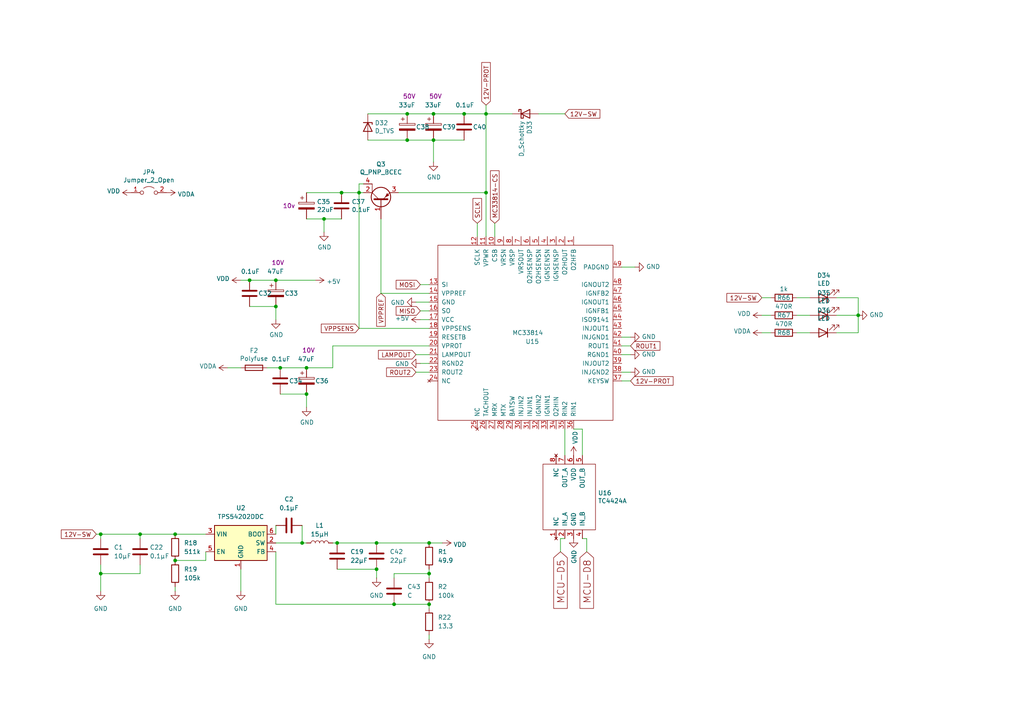
<source format=kicad_sch>
(kicad_sch (version 20250114) (generator "eeschema") (generator_version "9.0")
  (paper "A4")
  (lib_symbols
    (symbol "Device:C" (pin_numbers (hide yes)) (pin_names (offset 0.254))
      (property "Reference" "C" (at 0.635 2.54 0))
      (property "Value" "C" (at 0.635 -2.54 0))
      (symbol "C_0_1"
        (polyline (pts (xy -2.032 0.762) (xy 2.032 0.762)) (stroke (width 0.508)))
        (polyline (pts (xy -2.032 -0.762) (xy 2.032 -0.762)) (stroke (width 0.508)))
      )
      (symbol "C_1_1"
        (pin passive line (at 0 3.81 270) (length 2.794) (name "~") (number "1"))
        (pin passive line (at 0 -3.81 90) (length 2.794) (name "~") (number "2"))
      )
    )
    (symbol "Device:CP" (pin_numbers (hide yes)) (pin_names (offset 0.254))
      (property "Reference" "C" (at 0.635 2.54 0))
      (property "Value" "Device_CP" (at 0.635 -2.54 0))
      (symbol "CP_0_1"
        (rectangle (start -2.286 0.508) (end 2.286 1.016))
        (polyline (pts (xy -1.778 2.286) (xy -0.762 2.286)))
        (polyline (pts (xy -1.27 2.794) (xy -1.27 1.778)))
        (rectangle (start 2.286 -0.508) (end -2.286 -1.016) (fill (type outline)))
      )
      (symbol "CP_1_1"
        (pin passive line (at 0 3.81 270) (length 2.794) (name "~") (number "1"))
        (pin passive line (at 0 -3.81 90) (length 2.794) (name "~") (number "2"))
      )
    )
    (symbol "Device:D_Schottky" (pin_numbers (hide yes)) (pin_names (offset 1.016) (hide yes))
      (property "Reference" "D" (at 0 2.54 0))
      (property "Value" "D_Schottky" (at 0 -2.54 0))
      (symbol "D_Schottky_0_1"
        (polyline (pts (xy -1.905 0.635) (xy -1.905 1.27) (xy -1.27 1.27) (xy -1.27 -1.27) (xy -0.635 -1.27) (xy -0.635 -0.635)) (stroke (width 0.254)))
        (polyline (pts (xy 1.27 1.27) (xy 1.27 -1.27) (xy -1.27 0) (xy 1.27 1.27)) (stroke (width 0.254)))
        (polyline (pts (xy 1.27 0) (xy -1.27 0)))
      )
      (symbol "D_Schottky_1_1"
        (pin passive line (at -3.81 0 0) (length 2.54) (name "K") (number "1"))
        (pin passive line (at 3.81 0 180) (length 2.54) (name "A") (number "2"))
      )
    )
    (symbol "Device:D_Zener" (pin_numbers (hide yes)) (pin_names (offset 1.016) (hide yes))
      (property "Reference" "D" (at 0 2.54 0))
      (property "Value" "D_Zener" (at 0 -2.54 0))
      (symbol "D_Zener_0_1"
        (polyline (pts (xy -1.27 -1.27) (xy -1.27 1.27) (xy -0.762 1.27)) (stroke (width 0.254)))
        (polyline (pts (xy 1.27 0) (xy -1.27 0)))
        (polyline (pts (xy 1.27 -1.27) (xy 1.27 1.27) (xy -1.27 0) (xy 1.27 -1.27)) (stroke (width 0.254)))
      )
      (symbol "D_Zener_1_1"
        (pin passive line (at -3.81 0 0) (length 2.54) (name "K") (number "1"))
        (pin passive line (at 3.81 0 180) (length 2.54) (name "A") (number "2"))
      )
    )
    (symbol "Device:Fuse" (pin_numbers (hide yes)) (pin_names (offset 0))
      (property "Reference" "F" (at 2.032 0 90))
      (property "Value" "Fuse" (at -1.905 0 90))
      (symbol "Fuse_0_1"
        (rectangle (start -0.762 -2.54) (end 0.762 2.54) (stroke (width 0.254)))
        (polyline (pts (xy 0 2.54) (xy 0 -2.54)))
      )
      (symbol "Fuse_1_1"
        (pin passive line (at 0 3.81 270) (length 1.27) (name "~") (number "1"))
        (pin passive line (at 0 -3.81 90) (length 1.27) (name "~") (number "2"))
      )
    )
    (symbol "Device:L" (pin_numbers (hide yes)) (pin_names (offset 1.016) (hide yes))
      (property "Reference" "L" (at -1.27 0 90))
      (property "Value" "L" (at 1.905 0 90))
      (symbol "L_0_1"
        (arc (start 0 2.54) (mid 0.6323 1.905) (end 0 1.27))
        (arc (start 0 1.27) (mid 0.6323 0.635) (end 0 0))
        (arc (start 0 0) (mid 0.6323 -0.635) (end 0 -1.27))
        (arc (start 0 -1.27) (mid 0.6323 -1.905) (end 0 -2.54))
      )
      (symbol "L_1_1"
        (pin passive line (at 0 3.81 270) (length 1.27) (name "1") (number "1"))
        (pin passive line (at 0 -3.81 90) (length 1.27) (name "2") (number "2"))
      )
    )
    (symbol "Device:LED" (pin_numbers (hide yes)) (pin_names (offset 1.016) (hide yes))
      (property "Reference" "D" (at 0 2.54 0))
      (property "Value" "LED" (at 0 -2.54 0))
      (symbol "LED_0_1"
        (polyline (pts (xy -3.048 -0.762) (xy -4.572 -2.286) (xy -3.81 -2.286) (xy -4.572 -2.286) (xy -4.572 -1.524)))
        (polyline (pts (xy -1.778 -0.762) (xy -3.302 -2.286) (xy -2.54 -2.286) (xy -3.302 -2.286) (xy -3.302 -1.524)))
        (polyline (pts (xy -1.27 0) (xy 1.27 0)))
        (polyline (pts (xy -1.27 -1.27) (xy -1.27 1.27)) (stroke (width 0.254)))
        (polyline (pts (xy 1.27 -1.27) (xy 1.27 1.27) (xy -1.27 0) (xy 1.27 -1.27)) (stroke (width 0.254)))
      )
      (symbol "LED_1_1"
        (pin passive line (at -3.81 0 0) (length 2.54) (name "K") (number "1"))
        (pin passive line (at 3.81 0 180) (length 2.54) (name "A") (number "2"))
      )
    )
    (symbol "Device:Q_PNP_BCEC" (pin_names (offset 0) (hide yes))
      (property "Reference" "Q" (at 5.08 1.27 0))
      (property "Value" "Q_PNP_BCEC" (at 5.08 -1.27 0))
      (symbol "Q_PNP_BCEC_0_1"
        (polyline (pts (xy 0.635 1.905) (xy 0.635 -1.905) (xy 0.635 -1.905)) (stroke (width 0.508)))
        (polyline (pts (xy 0.635 0.635) (xy 2.54 2.54)))
        (polyline (pts (xy 0.635 -0.635) (xy 2.54 -2.54) (xy 2.54 -2.54)))
        (circle (center 1.27 0) (radius 2.8194) (stroke (width 0.254)))
        (polyline (pts (xy 2.286 -1.778) (xy 1.778 -2.286) (xy 1.27 -1.27) (xy 2.286 -1.778) (xy 2.286 -1.778)) (fill (type outline)))
        (polyline (pts (xy 5.08 2.54) (xy 2.54 2.54)))
      )
      (symbol "Q_PNP_BCEC_1_1"
        (pin input line (at -5.08 0 0) (length 5.715) (name "B") (number "1"))
        (pin passive line (at 2.54 5.08 270) (length 2.54) (name "C") (number "2"))
        (pin passive line (at 2.54 -5.08 90) (length 2.54) (name "E") (number "3"))
        (pin passive line (at 5.08 5.08 270) (length 2.54) (name "C") (number "4"))
      )
    )
    (symbol "Device:R" (pin_numbers (hide yes)) (pin_names (offset 0))
      (property "Reference" "R" (at 2.032 0 90))
      (property "Value" "R" (at 0 0 90))
      (symbol "R_0_1"
        (rectangle (start -1.016 -2.54) (end 1.016 2.54) (stroke (width 0.254)))
      )
      (symbol "R_1_1"
        (pin passive line (at 0 3.81 270) (length 1.27) (name "~") (number "1"))
        (pin passive line (at 0 -3.81 90) (length 1.27) (name "~") (number "2"))
      )
    )
    (symbol "GND_1" (power) (pin_numbers (hide yes)) (pin_names (offset 0) (hide yes))
      (property "Value" "GND" (at 0 -3.81 0))
      (symbol "GND_1_0_1"
        (polyline (pts (xy 0 0) (xy 0 -1.27) (xy 1.27 -1.27) (xy 0 -2.54) (xy -1.27 -1.27) (xy 0 -1.27)))
      )
      (symbol "GND_1_1_1"
        (pin power_in line (at 0 0 270) (length 0) (name "~") (number "1"))
      )
    )
    (symbol "GND_2" (power) (pin_numbers (hide yes)) (pin_names (offset 0) (hide yes))
      (property "Value" "GND" (at 0 -3.81 0))
      (symbol "GND_2_0_1"
        (polyline (pts (xy 0 0) (xy 0 -1.27) (xy 1.27 -1.27) (xy 0 -2.54) (xy -1.27 -1.27) (xy 0 -1.27)))
      )
      (symbol "GND_2_1_1"
        (pin power_in line (at 0 0 270) (length 0) (name "~") (number "1"))
      )
    )
    (symbol "IC_Automotive:MC33814" (pin_names (offset 1.016))
      (property "Reference" "U" (at 0 0 0))
      (property "Value" "MC33814" (at 0 0 0))
      (symbol "MC33814_0_1"
        (rectangle (start -25.4 25.4) (end 25.4 -25.4))
      )
      (symbol "MC33814_1_1"
        (pin input line (at -27.94 13.97 0) (length 2.54) (name "O2HFB") (number "1"))
        (pin output line (at -27.94 11.43 0) (length 2.54) (name "O2HOUT") (number "2"))
        (pin input line (at -27.94 8.89 0) (length 2.54) (name "IGNSENSP") (number "3"))
        (pin input line (at -27.94 6.35 0) (length 2.54) (name "IGNSENSN") (number "4"))
        (pin input line (at -27.94 3.81 0) (length 2.54) (name "O2HSENSN") (number "5"))
        (pin input line (at -27.94 1.27 0) (length 2.54) (name "O2HSENSP") (number "6"))
        (pin output line (at -27.94 -1.27 0) (length 2.54) (name "VRSOUT") (number "7"))
        (pin input line (at -27.94 -3.81 0) (length 2.54) (name "VRSP") (number "8"))
        (pin input line (at -27.94 -6.35 0) (length 2.54) (name "VRSN") (number "9"))
        (pin input line (at -27.94 -8.89 0) (length 2.54) (name "CSB") (number "10"))
        (pin power_in line (at -27.94 -11.43 0) (length 2.54) (name "VPWR") (number "11"))
        (pin input line (at -27.94 -13.97 0) (length 2.54) (name "SCLK") (number "12"))
        (pin power_in line (at -19.05 27.94 270) (length 2.54) (name "PADGND") (number "49"))
        (pin output line (at -13.97 27.94 270) (length 2.54) (name "IGNOUT2") (number "48"))
        (pin input line (at -13.97 -27.94 90) (length 2.54) (name "SI") (number "13"))
        (pin input line (at -11.43 27.94 270) (length 2.54) (name "IGNFB2") (number "47"))
        (pin output line (at -11.43 -27.94 90) (length 2.54) (name "VPPREF") (number "14"))
        (pin output line (at -8.89 27.94 270) (length 2.54) (name "IGNOUT1") (number "46"))
        (pin power_in line (at -8.89 -27.94 90) (length 2.54) (name "GND") (number "15"))
        (pin input line (at -6.35 27.94 270) (length 2.54) (name "IGNFB1") (number "45"))
        (pin output line (at -6.35 -27.94 90) (length 2.54) (name "SO") (number "16"))
        (pin bidirectional line (at -3.81 27.94 270) (length 2.54) (name "ISO9141") (number "44"))
        (pin power_out line (at -3.81 -27.94 90) (length 2.54) (name "VCC") (number "17"))
        (pin output line (at -1.27 27.94 270) (length 2.54) (name "INJOUT1") (number "43"))
        (pin input line (at -1.27 -27.94 90) (length 2.54) (name "VPPSENS") (number "18"))
        (pin power_out line (at 1.27 27.94 270) (length 2.54) (name "INJGND1") (number "42"))
        (pin output line (at 1.27 -27.94 90) (length 2.54) (name "RESETB") (number "19"))
        (pin output line (at 3.81 27.94 270) (length 2.54) (name "ROUT1") (number "41"))
        (pin power_out line (at 3.81 -27.94 90) (length 2.54) (name "VPROT") (number "20"))
        (pin power_out line (at 6.35 27.94 270) (length 2.54) (name "RGND1") (number "40"))
        (pin output line (at 6.35 -27.94 90) (length 2.54) (name "LAMPOUT") (number "21"))
        (pin output line (at 8.89 27.94 270) (length 2.54) (name "INJOUT2") (number "39"))
        (pin power_out line (at 8.89 -27.94 90) (length 2.54) (name "RGND2") (number "22"))
        (pin power_out line (at 11.43 27.94 270) (length 2.54) (name "INJGND2") (number "38"))
        (pin output line (at 11.43 -27.94 90) (length 2.54) (name "ROUT2") (number "23"))
        (pin input line (at 13.97 27.94 270) (length 2.54) (name "KEYSW") (number "37"))
        (pin no_connect line (at 13.97 -27.94 90) (length 2.54) (name "NC") (number "24"))
        (pin input line (at 27.94 13.97 180) (length 2.54) (name "RIN1") (number "36"))
        (pin input line (at 27.94 11.43 180) (length 2.54) (name "RIN2") (number "35"))
        (pin input line (at 27.94 8.89 180) (length 2.54) (name "O2HIN") (number "34"))
        (pin input line (at 27.94 6.35 180) (length 2.54) (name "IGNIN1") (number "33"))
        (pin input line (at 27.94 3.81 180) (length 2.54) (name "IGNIN2") (number "32"))
        (pin input line (at 27.94 1.27 180) (length 2.54) (name "INJIN1") (number "31"))
        (pin input line (at 27.94 -1.27 180) (length 2.54) (name "INJIN2") (number "30"))
        (pin output line (at 27.94 -3.81 180) (length 2.54) (name "BATSW") (number "29"))
        (pin input line (at 27.94 -6.35 180) (length 2.54) (name "MTX") (number "28"))
        (pin output line (at 27.94 -8.89 180) (length 2.54) (name "MRX") (number "27"))
        (pin output line (at 27.94 -11.43 180) (length 2.54) (name "TACHOUT") (number "26"))
        (pin no_connect line (at 27.94 -13.97 180) (length 2.54) (name "NC") (number "25"))
      )
    )
    (symbol "IC_Automotive:TC4424A" (pin_names (offset 1.016))
      (property "Reference" "U" (at -7.62 38.1 0))
      (property "Value" "TC4424A" (at -15.24 38.1 0))
      (symbol "TC4424A_0_1"
        (rectangle (start -25.4 36.83) (end -6.35 21.59))
      )
      (symbol "TC4424A_1_1"
        (pin no_connect line (at -27.94 33.02 0) (length 2.54) (name "NC") (number "1"))
        (pin input line (at -27.94 30.48 0) (length 2.54) (name "IN_A") (number "2"))
        (pin power_in line (at -27.94 27.94 0) (length 2.54) (name "GND") (number "3"))
        (pin input line (at -27.94 25.4 0) (length 2.54) (name "IN_B") (number "4"))
        (pin no_connect line (at -3.81 33.02 180) (length 2.54) (name "NC") (number "8"))
        (pin output line (at -3.81 30.48 180) (length 2.54) (name "OUT_A") (number "7"))
        (pin power_in line (at -3.81 27.94 180) (length 2.54) (name "VDD") (number "6"))
        (pin input line (at -3.81 25.4 180) (length 2.54) (name "OUT_B") (number "5"))
      )
    )
    (symbol "Jumper:Jumper_2_Open" (pin_names (offset 0) (hide yes))
      (property "Reference" "JP" (at 0 2.794 0))
      (property "Value" "Jumper_2_Open" (at 0 -2.286 0))
      (symbol "Jumper_2_Open_0_0"
        (circle (center -2.032 0) (radius 0.508))
        (circle (center 2.032 0) (radius 0.508))
      )
      (symbol "Jumper_2_Open_0_1"
        (arc (start -1.524 1.27) (mid 0 1.778) (end 1.524 1.27))
      )
      (symbol "Jumper_2_Open_1_1"
        (pin passive line (at -5.08 0 0) (length 2.54) (name "A") (number "1"))
        (pin passive line (at 5.08 0 180) (length 2.54) (name "B") (number "2"))
      )
    )
    (symbol "Regulator_Switching:TPS54202DDC"
      (property "Reference" "U" (at -7.62 6.35 0))
      (property "Value" "TPS54202DDC" (at 0 6.35 0))
      (symbol "TPS54202DDC_0_1"
        (rectangle (start -7.62 5.08) (end 7.62 -5.08) (stroke (width 0.254)) (fill (type background)))
      )
      (symbol "TPS54202DDC_1_1"
        (pin power_in line (at -10.16 2.54 0) (length 2.54) (name "VIN") (number "3"))
        (pin input line (at -10.16 -2.54 0) (length 2.54) (name "EN") (number "5"))
        (pin power_in line (at 0 -7.62 90) (length 2.54) (name "GND") (number "1"))
        (pin passive line (at 10.16 2.54 180) (length 2.54) (name "BOOT") (number "6"))
        (pin power_out line (at 10.16 0 180) (length 2.54) (name "SW") (number "2"))
        (pin input line (at 10.16 -2.54 180) (length 2.54) (name "FB") (number "4"))
      )
    )
    (symbol "power:+5V" (power) (pin_names (offset 0))
      (property "Value" "+5V" (at 0 3.556 0))
      (symbol "+5V_0_1"
        (polyline (pts (xy -0.762 1.27) (xy 0 2.54)))
        (polyline (pts (xy 0 2.54) (xy 0.762 1.27)))
        (polyline (pts (xy 0 0) (xy 0 2.54)))
      )
      (symbol "+5V_1_1"
        (pin power_in line (at 0 0 90) (length 0) (hide yes) (name "+5V") (number "1"))
      )
    )
    (symbol "power:GND" (power) (pin_names (offset 0))
      (property "Value" "GND" (at 0 -3.81 0))
      (symbol "GND_0_1"
        (polyline (pts (xy 0 0) (xy 0 -1.27) (xy 1.27 -1.27) (xy 0 -2.54) (xy -1.27 -1.27) (xy 0 -1.27)))
      )
      (symbol "GND_1_1"
        (pin power_in line (at 0 0 270) (length 0) (hide yes) (name "GND") (number "1"))
      )
    )
    (symbol "power:VDD" (power) (pin_names (offset 0))
      (property "Value" "VDD" (at 0 3.81 0))
      (symbol "VDD_0_1"
        (polyline (pts (xy -0.762 1.27) (xy 0 2.54)))
        (polyline (pts (xy 0 2.54) (xy 0.762 1.27)))
        (polyline (pts (xy 0 0) (xy 0 2.54)))
      )
      (symbol "VDD_1_1"
        (pin power_in line (at 0 0 90) (length 0) (hide yes) (name "VDD") (number "1"))
      )
    )
    (symbol "power:VDDA" (power) (pin_names (offset 0))
      (property "Value" "VDDA" (at 0 3.81 0))
      (symbol "VDDA_0_1"
        (polyline (pts (xy -0.762 1.27) (xy 0 2.54)))
        (polyline (pts (xy 0 2.54) (xy 0.762 1.27)))
        (polyline (pts (xy 0 0) (xy 0 2.54)))
      )
      (symbol "VDDA_1_1"
        (pin power_in line (at 0 0 90) (length 0) (hide yes) (name "VDDA") (number "1"))
      )
    )
  )
  (junction (at 124.46 166.37))
  (junction (at 50.8 162.56))
  (junction (at 81.28 106.68))
  (junction (at 40.64 154.94))
  (junction (at 97.79 157.48))
  (junction (at 140.97 55.88))
  (junction (at 104.14 55.88))
  (junction (at 140.97 33.02))
  (junction (at 88.9 114.3))
  (junction (at 109.22 157.48))
  (junction (at 88.9 106.68))
  (junction (at 248.92 91.44))
  (junction (at 124.46 157.48))
  (junction (at 134.62 33.02))
  (junction (at 125.73 40.64))
  (junction (at 118.11 40.64))
  (junction (at 125.73 33.02))
  (junction (at 109.22 165.1))
  (junction (at 29.21 154.94))
  (junction (at 87.63 157.48))
  (junction (at 72.39 81.28))
  (junction (at 29.21 166.37))
  (junction (at 99.06 55.88))
  (junction (at 50.8 154.94))
  (junction (at 80.01 81.28))
  (junction (at 118.11 33.02))
  (junction (at 93.98 63.5))
  (junction (at 114.3 175.26))
  (junction (at 80.01 88.9))
  (junction (at 124.46 175.26))
  (wire (pts (xy 104.14 95.25) (xy 124.46 95.25)))
  (wire (pts (xy 40.64 154.94) (xy 50.8 154.94)))
  (wire (pts (xy 97.79 157.48) (xy 109.22 157.48)))
  (wire (pts (xy 114.3 166.37) (xy 114.3 167.64)))
  (wire (pts (xy 50.8 170.18) (xy 50.8 171.45)))
  (wire (pts (xy 96.52 100.33) (xy 96.52 106.68)))
  (wire (pts (xy 110.49 85.09) (xy 124.46 85.09)))
  (wire (pts (xy 105.41 53.34) (xy 104.14 53.34)))
  (wire (pts (xy 93.98 63.5) (xy 99.06 63.5)))
  (wire (pts (xy 88.9 55.88) (xy 99.06 55.88)))
  (wire (pts (xy 170.18 156.21) (xy 168.91 156.21)))
  (wire (pts (xy 182.88 100.33) (xy 180.34 100.33)))
  (wire (pts (xy 143.51 64.77) (xy 143.51 68.58)))
  (wire (pts (xy 220.98 86.36) (xy 223.52 86.36)))
  (wire (pts (xy 124.46 166.37) (xy 124.46 167.64)))
  (wire (pts (xy 182.88 110.49) (xy 180.34 110.49)))
  (wire (pts (xy 80.01 152.4) (xy 80.01 154.94)))
  (wire (pts (xy 121.92 90.17) (xy 124.46 90.17)))
  (wire (pts (xy 87.63 152.4) (xy 87.63 157.48)))
  (wire (pts (xy 72.39 81.28) (xy 80.01 81.28)))
  (wire (pts (xy 124.46 184.15) (xy 124.46 185.42)))
  (wire (pts (xy 140.97 30.48) (xy 140.97 33.02)))
  (wire (pts (xy 162.56 156.21) (xy 163.83 156.21)))
  (wire (pts (xy 124.46 157.48) (xy 128.27 157.48)))
  (wire (pts (xy 120.65 107.95) (xy 124.46 107.95)))
  (wire (pts (xy 80.01 175.26) (xy 114.3 175.26)))
  (wire (pts (xy 120.65 87.63) (xy 124.46 87.63)))
  (wire (pts (xy 77.47 106.68) (xy 81.28 106.68)))
  (wire (pts (xy 182.88 97.79) (xy 180.34 97.79)))
  (wire (pts (xy 242.57 91.44) (xy 248.92 91.44)))
  (wire (pts (xy 80.01 81.28) (xy 91.44 81.28)))
  (wire (pts (xy 50.8 162.56) (xy 59.69 162.56)))
  (wire (pts (xy 104.14 53.34) (xy 104.14 55.88)))
  (wire (pts (xy 118.11 40.64) (xy 125.73 40.64)))
  (wire (pts (xy 104.14 55.88) (xy 104.14 95.25)))
  (wire (pts (xy 106.68 40.64) (xy 118.11 40.64)))
  (wire (pts (xy 124.46 165.1) (xy 124.46 166.37)))
  (wire (pts (xy 59.69 162.56) (xy 59.69 160.02)))
  (wire (pts (xy 248.92 86.36) (xy 248.92 91.44)))
  (wire (pts (xy 29.21 156.21) (xy 29.21 154.94)))
  (wire (pts (xy 121.92 92.71) (xy 124.46 92.71)))
  (wire (pts (xy 66.04 106.68) (xy 69.85 106.68)))
  (wire (pts (xy 29.21 166.37) (xy 29.21 171.45)))
  (wire (pts (xy 242.57 96.52) (xy 248.92 96.52)))
  (wire (pts (xy 182.88 107.95) (xy 180.34 107.95)))
  (wire (pts (xy 170.18 160.02) (xy 170.18 156.21)))
  (wire (pts (xy 248.92 96.52) (xy 248.92 91.44)))
  (wire (pts (xy 134.62 33.02) (xy 140.97 33.02)))
  (wire (pts (xy 69.85 81.28) (xy 72.39 81.28)))
  (wire (pts (xy 166.37 124.46) (xy 168.91 124.46)))
  (wire (pts (xy 120.65 102.87) (xy 124.46 102.87)))
  (wire (pts (xy 88.9 118.11) (xy 88.9 114.3)))
  (wire (pts (xy 115.57 55.88) (xy 140.97 55.88)))
  (wire (pts (xy 106.68 33.02) (xy 118.11 33.02)))
  (wire (pts (xy 162.56 160.02) (xy 162.56 156.21)))
  (wire (pts (xy 182.88 102.87) (xy 180.34 102.87)))
  (wire (pts (xy 81.28 106.68) (xy 88.9 106.68)))
  (wire (pts (xy 80.01 92.71) (xy 80.01 88.9)))
  (wire (pts (xy 242.57 86.36) (xy 248.92 86.36)))
  (wire (pts (xy 223.52 96.52) (xy 220.98 96.52)))
  (wire (pts (xy 231.14 96.52) (xy 234.95 96.52)))
  (wire (pts (xy 40.64 166.37) (xy 29.21 166.37)))
  (wire (pts (xy 80.01 157.48) (xy 87.63 157.48)))
  (wire (pts (xy 29.21 154.94) (xy 40.64 154.94)))
  (wire (pts (xy 231.14 91.44) (xy 234.95 91.44)))
  (wire (pts (xy 121.92 105.41) (xy 124.46 105.41)))
  (wire (pts (xy 97.79 157.48) (xy 96.52 157.48)))
  (wire (pts (xy 163.83 124.46) (xy 163.83 132.08)))
  (wire (pts (xy 118.11 33.02) (xy 125.73 33.02)))
  (wire (pts (xy 138.43 64.77) (xy 138.43 68.58)))
  (wire (pts (xy 88.9 157.48) (xy 87.63 157.48)))
  (wire (pts (xy 96.52 106.68) (xy 88.9 106.68)))
  (wire (pts (xy 134.62 33.02) (xy 125.73 33.02)))
  (wire (pts (xy 168.91 124.46) (xy 168.91 132.08)))
  (wire (pts (xy 88.9 63.5) (xy 93.98 63.5)))
  (wire (pts (xy 109.22 165.1) (xy 109.22 167.64)))
  (wire (pts (xy 124.46 100.33) (xy 96.52 100.33)))
  (wire (pts (xy 109.22 157.48) (xy 124.46 157.48)))
  (wire (pts (xy 81.28 114.3) (xy 88.9 114.3)))
  (wire (pts (xy 134.62 40.64) (xy 125.73 40.64)))
  (wire (pts (xy 40.64 163.83) (xy 40.64 166.37)))
  (wire (pts (xy 40.64 156.21) (xy 40.64 154.94)))
  (wire (pts (xy 29.21 163.83) (xy 29.21 166.37)))
  (wire (pts (xy 114.3 166.37) (xy 124.46 166.37)))
  (wire (pts (xy 50.8 154.94) (xy 59.69 154.94)))
  (wire (pts (xy 163.83 33.02) (xy 156.21 33.02)))
  (wire (pts (xy 140.97 33.02) (xy 148.59 33.02)))
  (wire (pts (xy 110.49 63.5) (xy 110.49 85.09)))
  (wire (pts (xy 114.3 175.26) (xy 124.46 175.26)))
  (wire (pts (xy 72.39 88.9) (xy 80.01 88.9)))
  (wire (pts (xy 69.85 165.1) (xy 69.85 171.45)))
  (wire (pts (xy 124.46 175.26) (xy 124.46 176.53)))
  (wire (pts (xy 27.94 154.94) (xy 29.21 154.94)))
  (wire (pts (xy 140.97 33.02) (xy 140.97 55.88)))
  (wire (pts (xy 99.06 55.88) (xy 104.14 55.88)))
  (wire (pts (xy 231.14 86.36) (xy 234.95 86.36)))
  (wire (pts (xy 97.79 165.1) (xy 109.22 165.1)))
  (wire (pts (xy 220.98 91.44) (xy 223.52 91.44)))
  (wire (pts (xy 80.01 160.02) (xy 80.01 175.26)))
  (wire (pts (xy 180.34 77.47) (xy 184.15 77.47)))
  (wire (pts (xy 104.14 55.88) (xy 105.41 55.88)))
  (wire (pts (xy 125.73 40.64) (xy 125.73 46.99)))
  (wire (pts (xy 93.98 67.31) (xy 93.98 63.5)))
  (wire (pts (xy 121.92 82.55) (xy 124.46 82.55)))
  (wire (pts (xy 140.97 55.88) (xy 140.97 68.58)))
  (global_label "MISO" (shape input) (at 121.92 90.17 180) (property "Intersheetrefs" "${INTERSHEET_REFS}" (effects (hide yes))))
  (global_label "MCU-D5" (shape input) (at 162.56 160.02 270) (effects (font (size 1.9812 1.9812))) (property "Intersheetrefs" "${INTERSHEET_REFS}" (effects (hide yes))))
  (global_label "VPPSENS" (shape input) (at 104.14 95.25 180) (property "Intersheetrefs" "${INTERSHEET_REFS}" (effects (hide yes))))
  (global_label "ROUT1" (shape input) (at 182.88 100.33 0) (property "Intersheetrefs" "${INTERSHEET_REFS}" (effects (hide yes))))
  (global_label "12V-PROT" (shape input) (at 140.97 30.48 90) (property "Intersheetrefs" "${INTERSHEET_REFS}" (effects (hide yes))))
  (global_label "ROUT2" (shape input) (at 120.65 107.95 180) (property "Intersheetrefs" "${INTERSHEET_REFS}" (effects (hide yes))))
  (global_label "MOSI" (shape input) (at 121.92 82.55 180) (property "Intersheetrefs" "${INTERSHEET_REFS}" (effects (hide yes))))
  (global_label "LAMPOUT" (shape input) (at 120.65 102.87 180) (property "Intersheetrefs" "${INTERSHEET_REFS}" (effects (hide yes))))
  (global_label "12V-SW" (shape input) (at 163.83 33.02 0) (property "Intersheetrefs" "${INTERSHEET_REFS}" (effects (hide yes))))
  (global_label "SCLK" (shape input) (at 138.43 64.77 90) (property "Intersheetrefs" "${INTERSHEET_REFS}" (effects (hide yes))))
  (global_label "12V-SW" (shape input) (at 220.98 86.36 180) (property "Intersheetrefs" "${INTERSHEET_REFS}" (effects (hide yes))))
  (global_label "12V-PROT" (shape input) (at 182.88 110.49 0) (property "Intersheetrefs" "${INTERSHEET_REFS}" (effects (hide yes))))
  (global_label "12V-SW" (shape input) (at 27.94 154.94 180) (property "Intersheetrefs" "${INTERSHEET_REFS}" (effects (hide yes))))
  (global_label "MCU-D8" (shape input) (at 170.18 160.02 270) (effects (font (size 1.9812 1.9812))) (property "Intersheetrefs" "${INTERSHEET_REFS}" (effects (hide yes))))
  (global_label "MC33814-CS" (shape input) (at 143.51 64.77 90) (property "Intersheetrefs" "${INTERSHEET_REFS}" (effects (hide yes))))
  (global_label "VPPREF" (shape input) (at 110.49 85.09 270) (property "Intersheetrefs" "${INTERSHEET_REFS}" (effects (hide yes))))
  (symbol (lib_id "power:GND") (at 182.88 107.95 90) (unit 1)
    (property "Reference" "#PWR0116" (effects (hide yes)))
    (property "Value" "GND" (at 186.1312 107.823 90) (effects (justify right)))
  )
  (symbol (lib_name "GND_1") (lib_id "power:GND") (at 50.8 171.45 0) (unit 1)
    (property "Reference" "#PWR042" (effects (hide yes)))
    (property "Value" "GND" (at 50.8 176.53 0))
    (property "Description" "Power symbol creates a global label with name \"GND\" , ground" (effects (hide yes)))
  )
  (symbol (lib_id "IC_Automotive:TC4424A") (at 194.31 128.27 90) (unit 1)
    (property "Reference" "U16" (at 173.4312 142.9766 90) (effects (justify right)))
    (property "Value" "TC4424A" (at 173.4312 145.288 90) (effects (justify right)))
    (property "Footprint" "Package_SO:SOIC-8_3.9x4.9mm_P1.27mm" (effects (hide yes)))
    (property "Digikey Part Number" "TC4424AVOA-ND" (effects (hide yes)))
    (property "Manufacturer_Name" "Microchip" (effects (hide yes)))
    (property "Manufacturer_Part_Number" "TC4424AVOA" (effects (hide yes)))
    (property "URL" "https://www.digikey.com/product-detail/en/microchip-technology/TC4424AVOA/TC4424AVOA-ND/1098908" (effects (hide yes)))
  )
  (symbol (lib_id "Jumper:Jumper_2_Open") (at 43.18 55.88 0) (unit 1)
    (property "Reference" "JP4" (at 43.18 49.911 0))
    (property "Value" "Jumper_2_Open" (at 43.18 52.2224 0))
    (property "Footprint" "Jumper:SolderJumper-2_P1.3mm_Open_Pad1.0x1.5mm" (effects (hide yes)))
  )
  (symbol (lib_id "IC_Automotive:MC33814") (at 152.4 96.52 270) (unit 1)
    (property "Reference" "U15" (at 152.4 99.06 90) (effects (justify left)))
    (property "Value" "MC33814" (at 148.59 96.52 90) (effects (justify left)))
    (property "Footprint" "Package_QFP:LQFP-48-1EP_7x7mm_P0.5mm_EP3.6x3.6mm_ThermalVias" (effects (hide yes)))
    (property "Manufacturer_Name" "NXP" (effects (hide yes)))
    (property "Manufacturer_Part_Number" "MC33814AE" (effects (hide yes)))
    (property "URL" "http://au.element14.com/nxp/mc33814ae/ic-control-1-cylinder-engine-48lqfp/dp/2311285" (effects (hide yes)))
  )
  (symbol (lib_id "Device:R") (at 227.33 86.36 90) (unit 1)
    (property "Reference" "R66" (at 227.33 86.36 90))
    (property "Value" "1k" (at 227.33 83.82 90))
    (property "Footprint" "Resistor_SMD:R_0805_2012Metric" (effects (hide yes)))
    (property "Digikey Part Number" "311-1.00KCRCT-ND" (effects (hide yes)))
    (property "Manufacturer_Name" "Yageo" (effects (hide yes)))
    (property "Manufacturer_Part_Number" "RC0805FR-071KL" (effects (hide yes)))
    (property "URL" "https://www.digikey.com/product-detail/en/yageo/RC0805FR-071KL/311-1.00KCRCT-ND/730391" (effects (hide yes)))
  )
  (symbol (lib_id "power:GND") (at 248.92 91.44 90) (unit 1)
    (property "Reference" "#PWR0120" (effects (hide yes)))
    (property "Value" "GND" (at 252.1712 91.313 90) (effects (justify right)))
  )
  (symbol (lib_name "GND_2") (lib_id "power:GND") (at 109.22 167.64 0) (unit 1)
    (property "Reference" "#PWR040" (effects (hide yes)))
    (property "Value" "GND" (at 109.22 172.72 0))
    (property "Description" "Power symbol creates a global label with name \"GND\" , ground" (effects (hide yes)))
  )
  (symbol (lib_id "Device:LED") (at 238.76 96.52 180) (unit 1)
    (property "Reference" "D36" (at 238.9378 90.043 0))
    (property "Value" "LED" (at 238.9378 92.3544 0))
    (property "Footprint" "LED_SMD:LED_0805_2012Metric_Pad1.15x1.40mm_HandSolder" (effects (hide yes)))
    (property "Digikey Part Number" "475-1410-2-ND" (effects (hide yes)))
    (property "Manufacturer_Name" "OSRAM" (effects (hide yes)))
    (property "Manufacturer_Part_Number" "LG R971-KN-1" (effects (hide yes)))
    (property "URL" "https://www.digikey.com/en/products/detail/osram-opto-semiconductors-inc/LG-R971-KN-1/1227925" (effects (hide yes)))
  )
  (symbol (lib_id "power:VDD") (at 220.98 91.44 90) (unit 1)
    (property "Reference" "#PWR0118" (effects (hide yes)))
    (property "Value" "VDD" (at 217.7542 90.9828 90) (effects (justify left)))
  )
  (symbol (lib_id "power:GND") (at 93.98 67.31 0) (unit 1)
    (property "Reference" "#PWR0107" (effects (hide yes)))
    (property "Value" "GND" (at 94.107 71.7042 0))
  )
  (symbol (lib_id "Device:C") (at 109.22 161.29 0) (unit 1)
    (property "Reference" "C42" (at 113.03 160.0199 0) (effects (justify left)))
    (property "Value" "22µF" (at 113.03 162.5599 0) (effects (justify left)))
    (property "Description" "Unpolarized capacitor" (effects (hide yes)))
  )
  (symbol (lib_id "Regulator_Switching:TPS54202DDC") (at 69.85 157.48 0) (unit 1)
    (property "Reference" "U2" (at 69.85 147.32 0))
    (property "Value" "TPS54202DDC" (at 69.85 149.86 0))
    (property "Footprint" "Package_TO_SOT_SMD:SOT-23-6" (effects (hide yes)))
    (property "Datasheet" "http://www.ti.com/lit/ds/symlink/tps54202.pdf" (effects (hide yes)))
    (property "Description" "2A, 4.5 to 28V Input, EMI Friendly integrated switch synchronous step-down regulator, pulse-skipping, SOT-23-6" (effects (hide yes)))
  )
  (symbol (lib_id "power:VDD") (at 38.1 55.88 90) (unit 1)
    (property "Reference" "#PWR0100" (effects (hide yes)))
    (property "Value" "VDD" (at 34.8742 55.4228 90) (effects (justify left)))
  )
  (symbol (lib_id "Device:C") (at 99.06 59.69 0) (unit 1)
    (property "Reference" "C37" (at 101.981 58.5216 0) (effects (justify left)))
    (property "Value" "0.1uF" (at 101.981 60.833 0) (effects (justify left)))
    (property "Footprint" "Capacitor_SMD:C_0805_2012Metric" (effects (hide yes)))
    (property "Digikey Part Number" "311-1140-1-ND" (effects (hide yes)))
    (property "Manufacturer_Name" "Yageo" (effects (hide yes)))
    (property "Manufacturer_Part_Number" "CC0805KRX7R9BB104" (effects (hide yes)))
    (property "URL" "https://www.digikey.com.au/product-detail/en/yageo/CC0805KRX7R9BB104/311-1140-1-ND/303050" (effects (hide yes)))
  )
  (symbol (lib_id "Device:C") (at 83.82 152.4 90) (unit 1)
    (property "Reference" "C2" (at 83.82 144.78 90))
    (property "Value" "0.1µF" (at 83.82 147.32 90))
    (property "Description" "Unpolarized capacitor" (effects (hide yes)))
  )
  (symbol (lib_id "Device:Q_PNP_BCEC") (at 110.49 58.42 90) (unit 1)
    (property "Reference" "Q3" (at 110.49 47.625 90))
    (property "Value" "Q_PNP_BCEC" (at 110.49 49.9364 90))
    (property "Footprint" "Package_TO_SOT_SMD:SOT-223-3_TabPin2" (effects (hide yes)))
    (property "Digikey Part Number" "FZT753CT-ND" (effects (hide yes)))
    (property "Manufacturer_Name" "Diodes Inc" (effects (hide yes)))
    (property "Manufacturer_Part_Number" "FZT753TA" (effects (hide yes)))
    (property "URL" "https://www.digikey.com.au/product-detail/en/diodes-incorporated/FZT753TA/FZT753CT-ND/92847" (effects (hide yes)))
  )
  (symbol (lib_id "power:VDD") (at 69.85 81.28 90) (unit 1)
    (property "Reference" "#PWR0103" (effects (hide yes)))
    (property "Value" "VDD" (at 66.6242 80.8228 90) (effects (justify left)))
  )
  (symbol (lib_id "power:VDDA") (at 48.26 55.88 270) (unit 1)
    (property "Reference" "#PWR0101" (effects (hide yes)))
    (property "Value" "VDDA" (at 51.5112 56.3372 90) (effects (justify left)))
  )
  (symbol (lib_id "Device:CP") (at 125.73 36.83 0) (unit 1)
    (property "Reference" "C39" (at 128.27 36.83 0) (effects (justify left)))
    (property "Value" "33uF" (at 123.19 30.48 0) (effects (justify left)))
    (property "Footprint" "Capacitor_SMD:CP_Elec_6.3x7.7" (effects (hide yes)))
    (property "Voltage" "50V" (at 124.46 27.94 0) (effects (justify left)))
    (property "Digikey Part Number" "PCE3925CT-ND" (effects (hide yes)))
    (property "Manufacturer_Name" "Panasonic" (effects (hide yes)))
    (property "Manufacturer_Part_Number" "EEE-1HA330XP" (effects (hide yes)))
    (property "URL" "https://www.digikey.com.au/product-detail/en/panasonic-electronic-components/EEE-1HA330XP/PCE3925CT-ND/766301" (effects (hide yes)))
  )
  (symbol (lib_name "GND_2") (lib_id "power:GND") (at 124.46 185.42 0) (unit 1)
    (property "Reference" "#PWR011" (effects (hide yes)))
    (property "Value" "GND" (at 124.46 190.5 0))
    (property "Description" "Power symbol creates a global label with name \"GND\" , ground" (effects (hide yes)))
  )
  (symbol (lib_id "Device:R") (at 227.33 91.44 90) (unit 1)
    (property "Reference" "R67" (at 227.33 91.44 90))
    (property "Value" "470R" (at 227.33 88.9 90))
    (property "Footprint" "Resistor_SMD:R_0805_2012Metric" (effects (hide yes)))
    (property "Digikey Part Number" "P470CCT-ND" (effects (hide yes)))
    (property "Manufacturer_Name" "Panasonic" (effects (hide yes)))
    (property "Manufacturer_Part_Number" "ERJ-6ENF4700V" (effects (hide yes)))
    (property "URL" "https://www.digikey.com/product-detail/en/panasonic-electronic-components/ERJ-6ENF4700V/P470CCT-ND/1746871" (effects (hide yes)))
  )
  (symbol (lib_id "Device:R") (at 50.8 166.37 0) (unit 1)
    (property "Reference" "R19" (at 53.34 165.0999 0) (effects (justify left)))
    (property "Value" "105k" (at 53.34 167.6399 0) (effects (justify left)))
    (property "Description" "Resistor" (effects (hide yes)))
  )
  (symbol (lib_id "Device:L") (at 92.71 157.48 90) (unit 1)
    (property "Reference" "L1" (at 92.71 152.4 90))
    (property "Value" "15µH" (at 92.71 154.94 90))
    (property "Description" "Inductor" (effects (hide yes)))
  )
  (symbol (lib_id "Device:Fuse") (at 73.66 106.68 270) (unit 1)
    (property "Reference" "F2" (at 73.66 101.6762 90))
    (property "Value" "Polyfuse" (at 73.66 103.9876 90))
    (property "Footprint" "Fuse:Fuse_0603_1608Metric" (effects (hide yes)))
    (property "Digikey Part Number" "507-1817-1-ND" (effects (hide yes)))
    (property "Manufacturer_Name" "Bel Fuse Inc." (effects (hide yes)))
    (property "Manufacturer_Part_Number" "0ZCM0008FF2G" (effects (hide yes)))
    (property "URL" "https://www.digikey.com.au/product-detail/en/bel-fuse-inc/0ZCM0008FF2G/507-1817-1-ND/4156262" (effects (hide yes)))
  )
  (symbol (lib_id "Device:D_Zener") (at 106.68 36.83 270) (unit 1)
    (property "Reference" "D32" (at 108.6866 35.6616 90) (effects (justify left)))
    (property "Value" "D_TVS" (at 108.6866 37.973 90) (effects (justify left)))
    (property "Footprint" "Diode_SMD:D_SMB" (effects (hide yes)))
    (property "Digikey Part Number" "SMBJ40A-QCT-ND" (effects (hide yes)))
    (property "Manufacturer_Name" "Bournes Inc." (effects (hide yes)))
    (property "Manufacturer_Part_Number" "SMBJ40A-Q" (effects (hide yes)))
    (property "URL" "https://www.digikey.com.au/product-detail/en/bourns-inc/SMBJ40A-Q/SMBJ40A-QCT-ND/10222718" (effects (hide yes)))
  )
  (symbol (lib_id "power:VDDA") (at 220.98 96.52 90) (unit 1)
    (property "Reference" "#PWR0119" (effects (hide yes)))
    (property "Value" "VDDA" (at 217.7288 96.0628 90) (effects (justify left)))
  )
  (symbol (lib_id "Device:CP") (at 80.01 85.09 0) (unit 1)
    (property "Reference" "C33" (at 82.55 85.09 0) (effects (justify left)))
    (property "Value" "47uF" (at 77.47 78.74 0) (effects (justify left)))
    (property "Footprint" "Capacitor_Tantalum_SMD:CP_EIA-3528-21_Kemet-B" (effects (hide yes)))
    (property "Voltage" "10V" (at 78.74 76.2 0) (effects (justify left)))
    (property "Digikey Part Number" "478-1692-1-ND" (effects (hide yes)))
    (property "Manufacturer_Name" "AVX" (effects (hide yes)))
    (property "Manufacturer_Part_Number" "TAJB476K006RNJ" (effects (hide yes)))
    (property "URL" "https://www.digikey.com/product-detail/en/avx-corporation/TAJB476K006RNJ/478-1692-1-ND/564724" (effects (hide yes)))
  )
  (symbol (lib_id "power:VDDA") (at 66.04 106.68 90) (unit 1)
    (property "Reference" "#PWR0102" (effects (hide yes)))
    (property "Value" "VDDA" (at 62.7888 106.2228 90) (effects (justify left)))
  )
  (symbol (lib_id "Device:C") (at 81.28 110.49 0) (unit 1)
    (property "Reference" "C34" (at 83.82 110.49 0) (effects (justify left)))
    (property "Value" "0.1uF" (at 78.74 104.14 0) (effects (justify left)))
    (property "Footprint" "Capacitor_SMD:C_0805_2012Metric" (effects (hide yes)))
    (property "Digikey Part Number" "311-1140-1-ND" (effects (hide yes)))
    (property "Manufacturer_Name" "Yageo" (effects (hide yes)))
    (property "Manufacturer_Part_Number" "CC0805KRX7R9BB104" (effects (hide yes)))
    (property "URL" "https://www.digikey.com.au/product-detail/en/yageo/CC0805KRX7R9BB104/311-1140-1-ND/303050" (effects (hide yes)))
  )
  (symbol (lib_id "Device:D_Schottky") (at 152.4 33.02 0) (unit 1)
    (property "Reference" "D33" (at 153.5684 35.0266 90) (effects (justify right)))
    (property "Value" "D_Schottky" (at 151.257 35.0266 90) (effects (justify right)))
    (property "Footprint" "Diode_SMD:D_SMA_Handsoldering" (effects (hide yes)))
    (property "Digikey Part Number" "B360A-FDICT-ND" (effects (hide yes)))
    (property "Manufacturer_Name" "Diodes Inc" (effects (hide yes)))
    (property "Manufacturer_Part_Number" "B360A-13-F" (effects (hide yes)))
    (property "URL" "https://www.digikey.com.au/product-detail/en/diodes-incorporated/B360A-13-F/B360A-FDICT-ND/724980" (effects (hide yes)))
  )
  (symbol (lib_id "Device:CP") (at 88.9 110.49 0) (unit 1)
    (property "Reference" "C36" (at 91.44 110.49 0) (effects (justify left)))
    (property "Value" "47uF" (at 86.36 104.14 0) (effects (justify left)))
    (property "Footprint" "Capacitor_Tantalum_SMD:CP_EIA-3528-21_Kemet-B" (effects (hide yes)))
    (property "Voltage" "10V" (at 87.63 101.6 0) (effects (justify left)))
    (property "Digikey Part Number" "478-1692-1-ND" (effects (hide yes)))
    (property "Manufacturer_Name" "AVX" (effects (hide yes)))
    (property "Manufacturer_Part_Number" "TAJB476K006RNJ" (effects (hide yes)))
    (property "URL" "https://www.digikey.com/product-detail/en/avx-corporation/TAJB476K006RNJ/478-1692-1-ND/564724" (effects (hide yes)))
  )
  (symbol (lib_id "power:GND") (at 88.9 118.11 0) (unit 1)
    (property "Reference" "#PWR0105" (effects (hide yes)))
    (property "Value" "GND" (at 89.027 122.5042 0))
  )
  (symbol (lib_id "Device:LED") (at 238.76 91.44 180) (unit 1)
    (property "Reference" "D35" (at 238.9378 84.963 0))
    (property "Value" "LED" (at 238.9378 87.2744 0))
    (property "Footprint" "LED_SMD:LED_0805_2012Metric_Pad1.15x1.40mm_HandSolder" (effects (hide yes)))
    (property "Digikey Part Number" "475-1410-2-ND" (effects (hide yes)))
    (property "Manufacturer_Name" "OSRAM" (effects (hide yes)))
    (property "Manufacturer_Part_Number" "LG R971-KN-1" (effects (hide yes)))
    (property "URL" "https://www.digikey.com/en/products/detail/osram-opto-semiconductors-inc/LG-R971-KN-1/1227925" (effects (hide yes)))
  )
  (symbol (lib_id "Device:R") (at 124.46 180.34 0) (unit 1)
    (property "Reference" "R22" (at 127 179.0699 0) (effects (justify left)))
    (property "Value" "13.3" (at 127 181.6099 0) (effects (justify left)))
    (property "Description" "Resistor" (effects (hide yes)))
  )
  (symbol (lib_id "Device:R") (at 124.46 171.45 0) (unit 1)
    (property "Reference" "R2" (at 127 170.1799 0) (effects (justify left)))
    (property "Value" "100k" (at 127 172.7199 0) (effects (justify left)))
    (property "Description" "Resistor" (effects (hide yes)))
  )
  (symbol (lib_id "Device:R") (at 227.33 96.52 90) (unit 1)
    (property "Reference" "R68" (at 227.33 96.52 90))
    (property "Value" "470R" (at 227.33 93.98 90))
    (property "Footprint" "Resistor_SMD:R_0805_2012Metric" (effects (hide yes)))
    (property "Digikey Part Number" "P470CCT-ND" (effects (hide yes)))
    (property "Manufacturer_Name" "Panasonic" (effects (hide yes)))
    (property "Manufacturer_Part_Number" "ERJ-6ENF4700V" (effects (hide yes)))
    (property "URL" "https://www.digikey.com/product-detail/en/panasonic-electronic-components/ERJ-6ENF4700V/P470CCT-ND/1746871" (effects (hide yes)))
  )
  (symbol (lib_id "Device:R") (at 124.46 161.29 0) (unit 1)
    (property "Reference" "R1" (at 127 160.0199 0) (effects (justify left)))
    (property "Value" "49.9" (at 127 162.5599 0) (effects (justify left)))
    (property "Description" "Resistor" (effects (hide yes)))
  )
  (symbol (lib_id "power:VDD") (at 128.27 157.48 270) (unit 1)
    (property "Reference" "#PWR010" (effects (hide yes)))
    (property "Value" "VDD" (at 131.4958 157.9372 90) (effects (justify left)))
  )
  (symbol (lib_id "Device:R") (at 50.8 158.75 0) (unit 1)
    (property "Reference" "R18" (at 53.34 157.4799 0) (effects (justify left)))
    (property "Value" "511k" (at 53.34 160.0199 0) (effects (justify left)))
    (property "Description" "Resistor" (effects (hide yes)))
  )
  (symbol (lib_id "Device:C") (at 72.39 85.09 0) (unit 1)
    (property "Reference" "C32" (at 74.93 85.09 0) (effects (justify left)))
    (property "Value" "0.1uF" (at 69.85 78.74 0) (effects (justify left)))
    (property "Footprint" "Capacitor_SMD:C_0805_2012Metric" (effects (hide yes)))
    (property "Digikey Part Number" "311-1140-1-ND" (effects (hide yes)))
    (property "Manufacturer_Name" "Yageo" (effects (hide yes)))
    (property "Manufacturer_Part_Number" "CC0805KRX7R9BB104" (effects (hide yes)))
    (property "URL" "https://www.digikey.com.au/product-detail/en/yageo/CC0805KRX7R9BB104/311-1140-1-ND/303050" (effects (hide yes)))
  )
  (symbol (lib_id "Device:LED") (at 238.76 86.36 180) (unit 1)
    (property "Reference" "D34" (at 238.9378 79.883 0))
    (property "Value" "LED" (at 238.9378 82.1944 0))
    (property "Footprint" "LED_SMD:LED_0805_2012Metric_Pad1.15x1.40mm_HandSolder" (effects (hide yes)))
    (property "Digikey Part Number" "475-1410-2-ND" (effects (hide yes)))
    (property "Manufacturer_Name" "OSRAM" (effects (hide yes)))
    (property "Manufacturer_Part_Number" "LG R971-KN-1" (effects (hide yes)))
    (property "URL" "https://www.digikey.com/en/products/detail/osram-opto-semiconductors-inc/LG-R971-KN-1/1227925" (effects (hide yes)))
  )
  (symbol (lib_id "power:GND") (at 166.37 156.21 0) (unit 1)
    (property "Reference" "#PWR0113" (effects (hide yes)))
    (property "Value" "GND" (at 166.497 159.4612 90) (effects (justify right)))
  )
  (symbol (lib_id "power:+5V") (at 91.44 81.28 270) (unit 1)
    (property "Reference" "#PWR0106" (effects (hide yes)))
    (property "Value" "+5V" (at 94.6912 81.661 90) (effects (justify left)))
  )
  (symbol (lib_id "power:GND") (at 121.92 105.41 270) (unit 1)
    (property "Reference" "#PWR0110" (effects (hide yes)))
    (property "Value" "GND" (at 118.6688 105.537 90) (effects (justify right)))
  )
  (symbol (lib_id "power:GND") (at 182.88 102.87 90) (unit 1)
    (property "Reference" "#PWR0115" (effects (hide yes)))
    (property "Value" "GND" (at 186.1312 102.743 90) (effects (justify right)))
  )
  (symbol (lib_id "power:GND") (at 80.01 92.71 0) (unit 1)
    (property "Reference" "#PWR0104" (effects (hide yes)))
    (property "Value" "GND" (at 80.137 97.1042 0))
  )
  (symbol (lib_id "Device:CP") (at 88.9 59.69 0) (unit 1)
    (property "Reference" "C35" (at 91.8972 58.5216 0) (effects (justify left)))
    (property "Value" "22uF" (at 91.8972 60.833 0) (effects (justify left)))
    (property "Footprint" "Capacitor_SMD:CP_Elec_4x5.4" (effects (hide yes)))
    (property "Digikey Part Number" "EEE-1CA220WR" (effects (hide yes)))
    (property "Manufacturer_Name" "Panasonic" (effects (hide yes)))
    (property "Manufacturer_Part_Number" "PCE3882CT-ND" (effects (hide yes)))
    (property "URL" "https://www.digikey.com.au/product-detail/en/panasonic-electronic-components/EEE-1CA220WR/PCE3882CT-ND/766258" (effects (hide yes)))
    (property "Voltage" "10v" (at 83.82 59.69 0))
  )
  (symbol (lib_name "GND_1") (lib_id "power:GND") (at 29.21 171.45 0) (unit 1)
    (property "Reference" "#PWR09" (effects (hide yes)))
    (property "Value" "GND" (at 29.21 176.53 0))
    (property "Description" "Power symbol creates a global label with name \"GND\" , ground" (effects (hide yes)))
  )
  (symbol (lib_id "Device:C") (at 134.62 36.83 0) (unit 1)
    (property "Reference" "C40" (at 137.16 36.83 0) (effects (justify left)))
    (property "Value" "0.1uF" (at 132.08 30.48 0) (effects (justify left)))
    (property "Footprint" "Capacitor_SMD:C_0805_2012Metric" (effects (hide yes)))
    (property "Digikey Part Number" "311-1140-1-ND" (effects (hide yes)))
    (property "Manufacturer_Name" "Yageo" (effects (hide yes)))
    (property "Manufacturer_Part_Number" "CC0805KRX7R9BB104" (effects (hide yes)))
    (property "URL" "https://www.digikey.com.au/product-detail/en/yageo/CC0805KRX7R9BB104/311-1140-1-ND/303050" (effects (hide yes)))
  )
  (symbol (lib_id "power:GND") (at 182.88 97.79 90) (unit 1)
    (property "Reference" "#PWR0114" (effects (hide yes)))
    (property "Value" "GND" (at 186.1312 97.663 90) (effects (justify right)))
  )
  (symbol (lib_id "Device:C") (at 114.3 171.45 0) (unit 1)
    (property "Reference" "C43" (at 118.11 170.1799 0) (effects (justify left)))
    (property "Value" "C" (at 118.11 172.7199 0) (effects (justify left)))
    (property "Description" "Unpolarized capacitor" (effects (hide yes)))
  )
  (symbol (lib_id "power:GND") (at 120.65 87.63 270) (unit 1)
    (property "Reference" "#PWR0108" (effects (hide yes)))
    (property "Value" "GND" (at 117.3988 87.757 90) (effects (justify right)))
  )
  (symbol (lib_id "Device:C") (at 40.64 160.02 0) (unit 1)
    (property "Reference" "C22" (at 43.434 158.75 0) (effects (justify left)))
    (property "Value" "0.1µF" (at 43.434 161.29 0) (effects (justify left)))
    (property "Description" "Unpolarized capacitor" (effects (hide yes)))
  )
  (symbol (lib_name "GND_1") (lib_id "power:GND") (at 69.85 171.45 0) (unit 1)
    (property "Reference" "#PWR044" (effects (hide yes)))
    (property "Value" "GND" (at 69.85 176.53 0))
    (property "Description" "Power symbol creates a global label with name \"GND\" , ground" (effects (hide yes)))
  )
  (symbol (lib_id "power:+5V") (at 121.92 92.71 90) (unit 1)
    (property "Reference" "#PWR0109" (effects (hide yes)))
    (property "Value" "+5V" (at 118.6688 92.329 90) (effects (justify left)))
  )
  (symbol (lib_id "power:GND") (at 125.73 46.99 0) (unit 1)
    (property "Reference" "#PWR0111" (effects (hide yes)))
    (property "Value" "GND" (at 125.857 51.3842 0))
  )
  (symbol (lib_id "Device:C") (at 29.21 160.02 0) (unit 1)
    (property "Reference" "C1" (at 33.02 158.7499 0) (effects (justify left)))
    (property "Value" "10µF" (at 33.02 161.2899 0) (effects (justify left)))
    (property "Description" "Unpolarized capacitor" (effects (hide yes)))
  )
  (symbol (lib_id "Device:CP") (at 118.11 36.83 0) (unit 1)
    (property "Reference" "C38" (at 120.65 36.83 0) (effects (justify left)))
    (property "Value" "33uF" (at 115.57 30.48 0) (effects (justify left)))
    (property "Footprint" "Capacitor_SMD:CP_Elec_6.3x7.7" (effects (hide yes)))
    (property "Voltage" "50V" (at 116.84 27.94 0) (effects (justify left)))
    (property "Digikey Part Number" "PCE3925CT-ND" (effects (hide yes)))
    (property "Manufacturer_Name" "Panasonic" (effects (hide yes)))
    (property "Manufacturer_Part_Number" "EEE-1HA330XP" (effects (hide yes)))
    (property "URL" "https://www.digikey.com.au/product-detail/en/panasonic-electronic-components/EEE-1HA330XP/PCE3925CT-ND/766301" (effects (hide yes)))
  )
  (symbol (lib_id "Device:C") (at 97.79 161.29 0) (unit 1)
    (property "Reference" "C19" (at 101.6 160.0199 0) (effects (justify left)))
    (property "Value" "22µF" (at 101.6 162.5599 0) (effects (justify left)))
    (property "Description" "Unpolarized capacitor" (effects (hide yes)))
  )
  (symbol (lib_id "power:VDD") (at 166.37 132.08 0) (unit 1)
    (property "Reference" "#PWR0112" (effects (hide yes)))
    (property "Value" "VDD" (at 166.8272 128.8542 90) (effects (justify left)))
  )
  (symbol (lib_id "power:GND") (at 184.15 77.47 90) (unit 1)
    (property "Reference" "#PWR0117" (effects (hide yes)))
    (property "Value" "GND" (at 187.4012 77.343 90) (effects (justify right)))
  )
)
</source>
